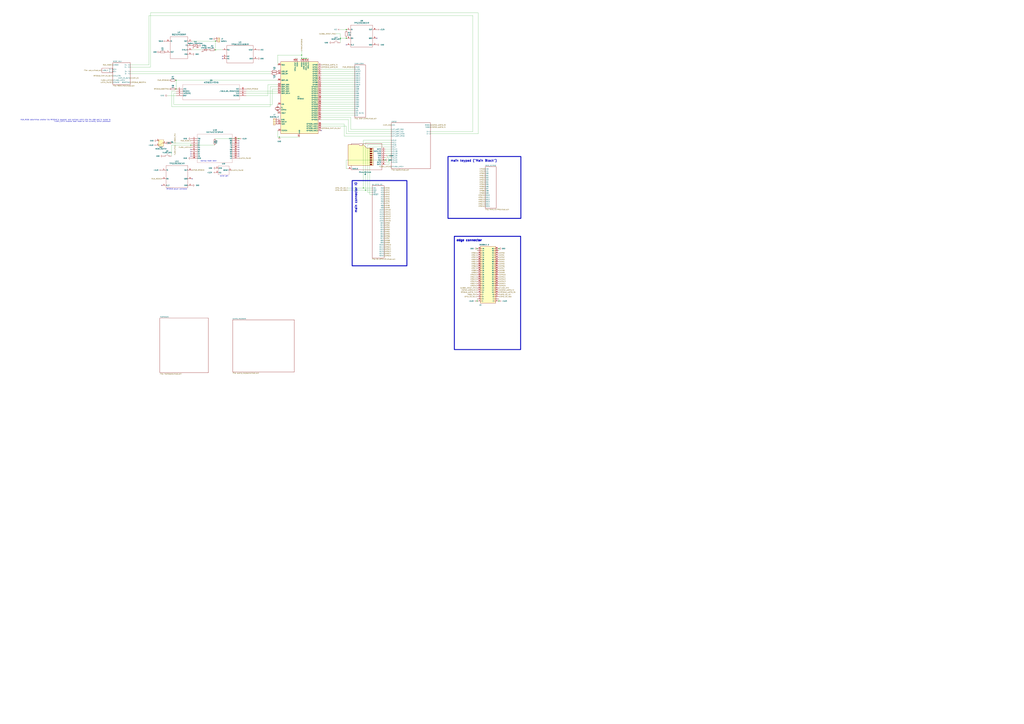
<source format=kicad_sch>
(kicad_sch (version 20230121) (generator eeschema)
  (paper "A0")
  (junction (at 395.224 44.45))
  (junction (at 250.19 47.752))
  (junction (at 421.894 218.44))
  (junction (at 447.294 185.928))
  (junction (at 250.19 57.912))
  (junction (at 579.374 288.798))
  (junction (at 402.082 44.45))
  (junction (at 221.488 168.656))
  (junction (at 424.434 220.98))
  (junction (at 553.974 349.758))
  (junction (at 277.368 161.036))
  (junction (at 579.374 349.758))
  (junction (at 352.806 67.818))
  (junction (at 324.358 159.258))
  (junction (at 350.266 67.818))
  (junction (at 204.47 93.218))
  (junction (at 553.974 288.798))
  (junction (at 204.47 103.378))
  (junction (at 350.266 64.008))
  (junction (at 402.082 34.29))
  (junction (at 355.346 67.818))
  (no_connect (at 258.318 68.072))
  (no_connect (at 258.318 65.532))
  (no_connect (at 221.488 178.816))
  (no_connect (at 277.368 176.276))
  (no_connect (at 277.368 166.116))
  (no_connect (at 277.368 163.576))
  (no_connect (at 402.082 52.07))
  (no_connect (at 277.368 181.356))
  (no_connect (at 277.368 168.656))
  (no_connect (at 373.126 151.638))
  (no_connect (at 277.368 178.816))
  (no_connect (at 221.488 181.356))
  (no_connect (at 223.266 207.772))
  (no_connect (at 437.642 44.45))
  (no_connect (at 277.368 171.196))
  (no_connect (at 221.488 173.736))
  (no_connect (at 277.368 173.736))
  (no_connect (at 187.706 215.392))
  (no_connect (at 221.488 176.276))
  (wire (pts (xy 451.739 191.008) (xy 451.739 185.928)))
  (wire (pts (xy 172.974 18.034) (xy 549.148 18.034)))
  (wire (pts (xy 432.054 226.06) (xy 429.514 226.06)))
  (wire (pts (xy 322.326 130.048) (xy 322.326 131.318)))
  (wire (pts (xy 151.384 75.438) (xy 172.974 75.438)))
  (wire (pts (xy 322.326 64.008) (xy 350.266 64.008)))
  (wire (pts (xy 403.86 220.98) (xy 424.434 220.98)))
  (wire (pts (xy 402.082 146.558) (xy 402.082 155.448)))
  (wire (pts (xy 373.126 108.458) (xy 411.734 108.458)))
  (wire (pts (xy 373.126 88.138) (xy 411.734 88.138)))
  (wire (pts (xy 174.752 77.978) (xy 174.752 14.986)))
  (wire (pts (xy 199.39 105.918) (xy 199.39 123.952)))
  (wire (pts (xy 285.75 108.458) (xy 322.326 108.458)))
  (wire (pts (xy 311.15 110.998) (xy 311.15 98.298)))
  (wire (pts (xy 250.19 47.752) (xy 250.19 57.912)))
  (wire (pts (xy 201.93 121.412) (xy 316.23 121.412)))
  (wire (pts (xy 322.326 159.258) (xy 324.358 159.258)))
  (wire (pts (xy 221.488 168.656) (xy 249.428 168.656)))
  (wire (pts (xy 399.542 157.988) (xy 399.542 144.018)))
  (wire (pts (xy 373.126 85.598) (xy 411.734 85.598)))
  (wire (pts (xy 553.974 347.218) (xy 553.974 349.758)))
  (wire (pts (xy 402.082 185.928) (xy 447.294 185.928)))
  (wire (pts (xy 342.646 67.818) (xy 345.186 67.818)))
  (wire (pts (xy 454.406 152.908) (xy 404.622 152.908)))
  (wire (pts (xy 421.894 163.068) (xy 454.406 163.068)))
  (wire (pts (xy 553.974 288.798) (xy 553.974 291.338)))
  (wire (pts (xy 402.082 34.29) (xy 402.082 35.56)))
  (wire (pts (xy 322.326 151.638) (xy 322.326 159.258)))
  (wire (pts (xy 194.31 110.998) (xy 204.47 110.998)))
  (wire (pts (xy 373.126 131.318) (xy 411.734 131.318)))
  (wire (pts (xy 499.872 155.448) (xy 555.244 155.448)))
  (wire (pts (xy 352.806 67.818) (xy 355.346 67.818)))
  (wire (pts (xy 285.75 105.918) (xy 322.326 105.918)))
  (wire (pts (xy 313.69 100.838) (xy 322.326 100.838)))
  (wire (pts (xy 395.224 44.45) (xy 395.224 49.53)))
  (wire (pts (xy 373.126 95.758) (xy 411.734 95.758)))
  (wire (pts (xy 350.266 59.182) (xy 350.266 64.008)))
  (wire (pts (xy 151.384 77.978) (xy 174.752 77.978)))
  (wire (pts (xy 424.434 165.608) (xy 454.406 165.608)))
  (wire (pts (xy 549.148 18.034) (xy 549.148 152.908)))
  (wire (pts (xy 402.082 196.088) (xy 402.082 185.928)))
  (wire (pts (xy 426.974 223.52) (xy 432.054 223.52)))
  (wire (pts (xy 373.126 80.518) (xy 411.734 80.518)))
  (wire (pts (xy 373.126 100.838) (xy 411.734 100.838)))
  (wire (pts (xy 373.126 116.078) (xy 411.734 116.078)))
  (wire (pts (xy 249.428 161.036) (xy 277.368 161.036)))
  (wire (pts (xy 373.126 93.218) (xy 411.734 93.218)))
  (wire (pts (xy 404.622 152.908) (xy 404.622 138.938)))
  (wire (pts (xy 172.974 75.438) (xy 172.974 18.034)))
  (wire (pts (xy 373.126 128.778) (xy 411.734 128.778)))
  (wire (pts (xy 555.244 14.986) (xy 555.244 155.448)))
  (wire (pts (xy 404.622 138.938) (xy 373.126 138.938)))
  (wire (pts (xy 399.542 144.018) (xy 373.126 144.018)))
  (wire (pts (xy 285.75 110.998) (xy 311.15 110.998)))
  (wire (pts (xy 447.294 183.388) (xy 450.342 183.388)))
  (wire (pts (xy 373.126 123.698) (xy 411.734 123.698)))
  (wire (pts (xy 421.894 163.068) (xy 421.894 218.44)))
  (wire (pts (xy 373.126 118.618) (xy 411.734 118.618)))
  (wire (pts (xy 579.374 347.218) (xy 579.374 349.758)))
  (wire (pts (xy 451.104 183.388) (xy 451.104 188.468)))
  (wire (pts (xy 447.294 175.768) (xy 454.406 175.768)))
  (wire (pts (xy 447.294 191.008) (xy 451.739 191.008)))
  (wire (pts (xy 373.126 121.158) (xy 411.734 121.158)))
  (wire (pts (xy 394.97 34.29) (xy 402.082 34.29)))
  (wire (pts (xy 450.342 180.848) (xy 454.406 180.848)))
  (wire (pts (xy 407.416 150.368) (xy 454.406 150.368)))
  (wire (pts (xy 373.126 90.678) (xy 411.734 90.678)))
  (wire (pts (xy 402.082 155.448) (xy 454.406 155.448)))
  (wire (pts (xy 373.126 103.378) (xy 411.734 103.378)))
  (wire (pts (xy 454.406 183.388) (xy 451.104 183.388)))
  (wire (pts (xy 451.739 185.928) (xy 454.406 185.928)))
  (wire (pts (xy 322.326 64.008) (xy 322.326 75.438)))
  (wire (pts (xy 373.126 105.918) (xy 411.734 105.918)))
  (wire (pts (xy 350.266 64.008) (xy 350.266 67.818)))
  (wire (pts (xy 350.266 67.818) (xy 352.806 67.818)))
  (wire (pts (xy 174.752 14.986) (xy 555.244 14.986)))
  (wire (pts (xy 404.114 196.088) (xy 402.082 196.088)))
  (wire (pts (xy 316.23 121.412) (xy 316.23 103.378)))
  (wire (pts (xy 447.294 188.468) (xy 451.104 188.468)))
  (wire (pts (xy 403.86 218.44) (xy 421.894 218.44)))
  (wire (pts (xy 223.012 57.912) (xy 234.95 57.912)))
  (wire (pts (xy 199.39 123.952) (xy 313.69 123.952)))
  (wire (pts (xy 579.374 288.798) (xy 579.374 291.338)))
  (wire (pts (xy 429.514 170.688) (xy 454.406 170.688)))
  (wire (pts (xy 373.126 146.558) (xy 402.082 146.558)))
  (wire (pts (xy 426.974 168.148) (xy 426.974 223.52)))
  (wire (pts (xy 395.224 44.45) (xy 402.082 44.45)))
  (wire (pts (xy 355.346 67.818) (xy 357.886 67.818)))
  (wire (pts (xy 373.126 110.998) (xy 411.734 110.998)))
  (wire (pts (xy 322.326 121.158) (xy 322.326 122.428)))
  (wire (pts (xy 407.416 136.398) (xy 407.416 150.368)))
  (wire (pts (xy 390.144 39.37) (xy 395.224 39.37)))
  (wire (pts (xy 204.47 105.918) (xy 199.39 105.918)))
  (wire (pts (xy 395.224 39.37) (xy 395.224 44.45)))
  (wire (pts (xy 151.384 83.058) (xy 314.706 83.058)))
  (wire (pts (xy 204.47 93.218) (xy 204.47 103.378)))
  (wire (pts (xy 373.126 136.398) (xy 407.416 136.398)))
  (wire (pts (xy 426.974 168.148) (xy 454.406 168.148)))
  (wire (pts (xy 373.126 126.238) (xy 411.734 126.238)))
  (wire (pts (xy 429.514 226.06) (xy 429.514 170.688)))
  (wire (pts (xy 450.342 183.388) (xy 450.342 180.848)))
  (wire (pts (xy 201.93 108.458) (xy 201.93 121.412)))
  (wire (pts (xy 447.294 173.228) (xy 454.406 173.228)))
  (wire (pts (xy 311.15 98.298) (xy 322.326 98.298)))
  (wire (pts (xy 424.434 220.98) (xy 424.434 165.608)))
  (wire (pts (xy 250.19 57.912) (xy 258.318 57.912)))
  (wire (pts (xy 199.136 168.656) (xy 199.136 181.356)))
  (wire (pts (xy 199.136 168.656) (xy 221.488 168.656)))
  (wire (pts (xy 447.294 178.308) (xy 454.406 178.308)))
  (wire (pts (xy 373.126 83.058) (xy 411.734 83.058)))
  (wire (pts (xy 151.384 85.598) (xy 314.706 85.598)))
  (wire (pts (xy 313.69 123.952) (xy 313.69 100.838)))
  (wire (pts (xy 402.082 44.45) (xy 402.082 43.18)))
  (wire (pts (xy 454.406 157.988) (xy 399.542 157.988)))
  (wire (pts (xy 204.47 93.218) (xy 322.326 93.218)))
  (wire (pts (xy 324.358 159.258) (xy 347.726 159.258)))
  (wire (pts (xy 373.126 113.538) (xy 411.734 113.538)))
  (wire (pts (xy 316.23 103.378) (xy 322.326 103.378)))
  (wire (pts (xy 432.054 220.98) (xy 424.434 220.98)))
  (wire (pts (xy 421.894 218.44) (xy 432.054 218.44)))
  (wire (pts (xy 373.126 98.298) (xy 411.734 98.298)))
  (wire (pts (xy 223.012 47.752) (xy 250.19 47.752)))
  (wire (pts (xy 499.872 152.908) (xy 549.148 152.908)))
  (wire (pts (xy 373.126 133.858) (xy 411.734 133.858)))
  (wire (pts (xy 204.47 108.458) (xy 201.93 108.458)))
  (wire (pts (xy 199.644 166.116) (xy 221.488 166.116)))
  (rectangle (start 408.94 209.804) (end 472.44 308.864) (stroke (width 1)))
  (rectangle (start 527.558 274.574) (end 604.52 406.146) (stroke (width 1)))
  (rectangle (start 520.192 181.864) (end 604.774 253.746) (stroke (width 1)))
  (text "pulse gen" (at 255.524 205.232 0) (effects (font (size 1.27 1.27)) (justify left bottom)))
  (text "RUN_MODE determines whether the RP2040 is powered, and controls which chip the USB port is routed to\nFLASH_LATCH enables boot mode on the currently active processor" (at 128.397 141.986 0) (effects (font (size 1.27 1.27)) (justify right bottom)))
  (text "main keypad (\"Main Block\")" (at 522.986 188.214 0) (effects (font (size 2.5 2.5) (thickness 0.5) bold) (justify left bottom)))
  (text "startup mode latch" (at 232.918 187.706 0) (effects (font (size 1.27 1.27)) (justify left bottom)))
  (text "RP2040 power controller" (at 193.294 220.472 0) (effects (font (size 1.27 1.27)) (justify left bottom)))
  (text "edge connector" (at 529.844 280.67 0) (effects (font (size 2.5 2.5) (thickness 1) bold) (justify left bottom)))
  (text "main connector IO" (at 414.782 211.582 90) (effects (font (size 2.5 2.5) bold) (justify right bottom)))
  (hierarchical_label "KPA0" (shape input) (at 563.372 196.342 180))
  (hierarchical_label "KPB12" (shape input) (at 446.024 289.56 0))
  (hierarchical_label "CHIP_EN" (shape output) (at 151.384 90.678 0))
  (hierarchical_label "KPB8" (shape input) (at 446.024 279.4 0))
  (hierarchical_label "KPA11" (shape input) (at 579.374 321.818 0))
  (hierarchical_label "KPB1" (shape output) (at 553.974 296.418 180))
  (hierarchical_label "KPB6" (shape output) (at 563.372 216.662 180))
  (hierarchical_label "KPB9" (shape output) (at 563.372 224.282 180))
  (hierarchical_label "RP2040_UART0_RX" (shape input) (at 373.126 77.978 0))
  (hierarchical_label "PWR_RP2040" (shape output) (at 223.266 197.612 0))
  (hierarchical_label "KPB6" (shape output) (at 553.974 309.118 180))
  (hierarchical_label "LATCH_PULSE" (shape output) (at 268.478 197.866 0))
  (hierarchical_label "KPB7" (shape output) (at 563.372 219.202 180))
  (hierarchical_label "PWR_RP2040" (shape input) (at 411.734 77.978 180))
  (hierarchical_label "KPB15" (shape output) (at 553.974 331.978 180))
  (hierarchical_label "KPB2" (shape output) (at 563.372 206.502 180))
  (hierarchical_label "KPA8" (shape output) (at 446.024 238.76 0))
  (hierarchical_label "CHIP_EN" (shape input) (at 454.406 145.288 180))
  (hierarchical_label "FLASH_PIN" (shape output) (at 203.2 168.656 270))
  (hierarchical_label "KPA14" (shape input) (at 579.374 329.438 0))
  (hierarchical_label "FLASH_PIN" (shape output) (at 579.374 334.518 0))
  (hierarchical_label "RP2040_CHIP_EN_OUT" (shape input) (at 131.064 88.138 180))
  (hierarchical_label "FLASH_LATCH" (shape output) (at 221.488 171.196 180))
  (hierarchical_label "KPB10" (shape output) (at 563.372 226.822 180))
  (hierarchical_label "KPB11" (shape output) (at 553.974 321.818 180))
  (hierarchical_label "KPA15" (shape output) (at 446.024 256.54 0))
  (hierarchical_label "RP2040_UART0_RX" (shape output) (at 579.374 339.598 0))
  (hierarchical_label "ESP32_UART0_RX" (shape input) (at 499.872 145.288 0))
  (hierarchical_label "RP2040_BOOTPIN" (shape input) (at 196.85 103.378 180))
  (hierarchical_label "KPB3" (shape input) (at 446.024 266.7 0))
  (hierarchical_label "KPB8" (shape output) (at 563.372 221.742 180))
  (hierarchical_label "KPB7" (shape output) (at 553.974 311.658 180))
  (hierarchical_label "KPA3" (shape input) (at 579.374 301.498 0))
  (hierarchical_label "KPA5" (shape input) (at 579.374 306.578 0))
  (hierarchical_label "KPA1" (shape input) (at 563.372 198.882 180))
  (hierarchical_label "KPA2" (shape input) (at 579.374 298.958 0))
  (hierarchical_label "GPIO_I2C_INT" (shape bidirectional) (at 579.374 342.138 0))
  (hierarchical_label "KPB0" (shape output) (at 563.372 201.422 180))
  (hierarchical_label "KPA0" (shape output) (at 446.024 218.44 0))
  (hierarchical_label "KPB15" (shape input) (at 446.024 297.18 0))
  (hierarchical_label "KPA13" (shape input) (at 579.374 326.898 0))
  (hierarchical_label "RP2040_CHIP_EN_OUT" (shape input) (at 373.126 149.098 0))
  (hierarchical_label "KPB15" (shape output) (at 563.372 239.522 180))
  (hierarchical_label "GPIO_I2C_SDA" (shape bidirectional) (at 403.86 220.98 180))
  (hierarchical_label "KPB14" (shape output) (at 563.372 236.982 180))
  (hierarchical_label "KPA0" (shape input) (at 579.374 293.878 0))
  (hierarchical_label "KPB6" (shape input) (at 446.024 274.32 0))
  (hierarchical_label "KPB13" (shape output) (at 563.372 234.442 180))
  (hierarchical_label "ESP32_UART0_TX" (shape output) (at 499.872 147.828 0))
  (hierarchical_label "FLASH_LATCH" (shape input) (at 454.406 193.548 180))
  (hierarchical_label "RUN_MODE" (shape input) (at 131.064 75.438 180))
  (hierarchical_label "KPA13" (shape output) (at 446.024 251.46 0))
  (hierarchical_label "KPA9" (shape input) (at 579.374 316.738 0))
  (hierarchical_label "KPA14" (shape output) (at 446.024 254 0))
  (hierarchical_label "RUN_MODE" (shape input) (at 187.706 207.772 180))
  (hierarchical_label "KPA10" (shape input) (at 579.374 319.278 0))
  (hierarchical_label "KPA4" (shape input) (at 579.374 304.038 0))
  (hierarchical_label "KPA10" (shape output) (at 446.024 243.84 0))
  (hierarchical_label "GLOBAL_RESET_PIN" (shape output) (at 553.974 334.518 180))
  (hierarchical_label "KPB5" (shape output) (at 553.974 306.578 180))
  (hierarchical_label "GPIO_I2C_SCL" (shape bidirectional) (at 553.974 344.678 180))
  (hierarchical_label "KPB3" (shape output) (at 553.974 301.498 180))
  (hierarchical_label "KPB0" (shape output) (at 553.974 293.878 180))
  (hierarchical_label "PWR_RP2040" (shape output) (at 350.266 59.182 90))
  (hierarchical_label "KPB5" (shape input) (at 446.024 271.78 0))
  (hierarchical_label "KPA7" (shape input) (at 579.374 311.658 0))
  (hierarchical_label "KPA6" (shape input) (at 579.374 309.118 0))
  (hierarchical_label "KPB10" (shape input) (at 446.024 284.48 0))
  (hierarchical_label "ESP32_UART0_TX" (shape input) (at 579.374 337.058 0))
  (hierarchical_label "GPIO_I2C_SDA" (shape bidirectional) (at 579.374 344.678 0))
  (hierarchical_label "KPA7" (shape output) (at 446.024 236.22 0))
  (hierarchical_label "PWR_RP2040" (shape input) (at 196.85 93.218 180))
  (hierarchical_label "GLOBAL_RESET_PIN" (shape input) (at 390.144 39.37 180))
  (hierarchical_label "LATCH_PULSE" (shape input) (at 277.368 183.896 0))
  (hierarchical_label "KPA15" (shape input) (at 579.374 331.978 0))
  (hierarchical_label "KPB4" (shape output) (at 563.372 211.582 180))
  (hierarchical_label "KPB13" (shape input) (at 446.024 292.1 0))
  (hierarchical_label "KPA1" (shape input) (at 579.374 296.418 0))
  (hierarchical_label "KPB13" (shape output) (at 553.974 326.898 180))
  (hierarchical_label "KPB0" (shape input) (at 446.024 259.08 0))
  (hierarchical_label "KPB14" (shape output) (at 553.974 329.438 180))
  (hierarchical_label "KPB2" (shape output) (at 553.974 298.958 180))
  (hierarchical_label "KPA4" (shape output) (at 446.024 228.6 0))
  (hierarchical_label "KPB3" (shape output) (at 563.372 209.042 180))
  (hierarchical_label "FLASH_LATCH" (shape input) (at 131.064 93.218 180))
  (hierarchical_label "PWR_RP2040" (shape input) (at 285.75 103.378 0))
  (hierarchical_label "KPA11" (shape output) (at 446.024 246.38 0))
  (hierarchical_label "RP2040_UART0_TX" (shape output) (at 373.126 75.438 0))
  (hierarchical_label "KPB8" (shape output) (at 553.974 314.198 180))
  (hierarchical_label "KPB10" (shape output) (at 553.974 319.278 180))
  (hierarchical_label "KPB9" (shape input) (at 446.024 281.94 0))
  (hierarchical_label "ESP32_UART0_RX" (shape output) (at 553.974 337.058 180))
  (hierarchical_label "KPA9" (shape output) (at 446.024 241.3 0))
  (hierarchical_label "KPB12" (shape output) (at 553.974 324.358 180))
  (hierarchical_label "RUN_MODE" (shape output) (at 221.488 163.576 180))
  (hierarchical_label "KPB4" (shape output) (at 553.974 304.038 180))
  (hierarchical_label "KPB7" (shape input) (at 446.024 276.86 0))
  (hierarchical_label "KPA6" (shape output) (at 446.024 233.68 0))
  (hierarchical_label "KPB1" (shape input) (at 446.024 261.62 0))
  (hierarchical_label "KPA12" (shape input) (at 579.374 324.358 0))
  (hierarchical_label "KPA2" (shape output) (at 446.024 223.52 0))
  (hierarchical_label "KPB9" (shape output) (at 553.974 316.738 180))
  (hierarchical_label "KPB11" (shape output) (at 563.372 229.362 180))
  (hierarchical_label "KPB2" (shape input) (at 446.024 264.16 0))
  (hierarchical_label "KPA3" (shape output) (at 446.024 226.06 0))
  (hierarchical_label "GPIO_I2C_SCL" (shape bidirectional) (at 403.86 218.44 180))
  (hierarchical_label "KPB1" (shape output) (at 563.372 203.962 180))
  (hierarchical_label "KPA5" (shape output) (at 446.024 231.14 0))
  (hierarchical_label "KPA8" (shape input) (at 579.374 314.198 0))
  (hierarchical_label "KPA12" (shape output) (at 446.024 248.92 0))
  (hierarchical_label "RP2040_BOOTPIN" (shape output) (at 151.384 95.758 0))
  (hierarchical_label "KPA1" (shape output) (at 446.024 220.98 0))
  (hierarchical_label "KPB11" (shape input) (at 446.024 287.02 0))
  (hierarchical_label "KPB5" (shape output) (at 563.372 214.122 180))
  (hierarchical_label "KPB14" (shape input) (at 446.024 294.64 0))
  (hierarchical_label "RP2040_UART0_TX" (shape input) (at 553.974 339.598 180))
  (hierarchical_label "LATCH_PULSE" (shape input) (at 131.064 95.758 180))
  (hierarchical_label "MODE_PIN" (shape output) (at 553.974 342.138 180))
  (hierarchical_label "KPB4" (shape input) (at 446.024 269.24 0))
  (hierarchical_label "KPB12" (shape output) (at 563.372 231.902 180))
  (hierarchical_label "MODE_PIN" (shape output) (at 203.2 166.116 90))
  (symbol (lib_id "2024-01-09_16-08-29:W25Q32JVSSIQ") (at 204.47 103.378 0) (unit 1)
    (property "Reference" "U6" (at 245.11 93.218 0) (effects (font (size 1.524 1.524))))
    (property "Value" "W25Q32JVSSIQ" (at 245.11 95.758 0) (effects (font (size 1.524 1.524))))
    (property "Footprint" "footprints:SOIC-8_5P28X5P28_WIN" (effects hide))
    (property "Datasheet" "W25Q32JVSSIQ" (effects hide))
  )
  (symbol (lib_id "power:VCC") (at 298.958 57.912 270) (unit 1)
    (property "Reference" "#PWR027" (effects hide))
    (property "Value" "VCC" (at 302.26 57.912 90) (effects (justify left)))
  )
  (symbol (lib_id "5530843-5:5530843-5") (at 566.674 319.278 0) (mirror x) (unit 1)
    (property "Reference" "J3" (at 556.514 353.568 0) (effects (justify left bottom)))
    (property "Value" "5530843-5" (at 556.514 283.718 0) (effects (justify left bottom)))
    (property "Footprint" "5530843-5:TE_5530843-5" (effects hide))
    (property "PARTREV" "G1" (effects hide))
    (property "STANDARD" "Manufacturer Recommendations" (effects hide))
    (property "MAXIMUM_PACKAGE_HEIGHT" "15.5 mm" (effects hide))
    (property "MANUFACTURER" "TE Connectivity" (effects hide))
  )
  (symbol (lib_id "power:+3.3V") (at 250.698 200.406 90) (unit 1)
    (property "Reference" "#PWR031" (effects hide))
    (property "Value" "+3.3V" (at 246.38 200.406 90) (effects (justify left)))
  )
  (symbol (lib_id "power:GND") (at 385.064 49.53 270) (unit 1)
    (property "Reference" "#PWR08" (effects hide))
    (property "Value" "GND" (at 381 49.53 90) (effects (justify right)))
  )
  (symbol (lib_id "custom:button") (at 390.144 49.53 0) (unit 1)
    (property "Reference" "U17" (at 390.144 43.688 0))
    (property "Value" "RESET_BTN" (at 390.144 45.466 0))
    (property "Footprint" "Button_Switch_SMD:SW_Tactile_SPST_NO_Straight_CK_PTS636Sx25SMTRLFS" (effects hide))
  )
  (symbol (lib_id "Device:R") (at 402.082 39.37 0) (unit 1)
    (property "Reference" "R17" (at 403.86 38.1 0) (effects (justify left)))
    (property "Value" "10k" (at 403.86 40.64 0) (effects (justify left)))
    (property "Footprint" "Resistor_SMD:R_1206_3216Metric" (effects hide))
  )
  (symbol (lib_id "power:GND") (at 221.488 161.036 270) (unit 1)
    (property "Reference" "#PWR014" (effects hide))
    (property "Value" "GND" (at 217.17 161.036 90) (effects (justify right)))
  )
  (symbol (lib_id "power:+3.3V") (at 437.642 34.29 270) (unit 1)
    (property "Reference" "#PWR013" (effects hide))
    (property "Value" "+3.3V" (at 440.817 34.29 90) (effects (justify left)))
  )
  (symbol (lib_id "power:VCC") (at 394.97 34.29 90) (unit 1)
    (property "Reference" "#PWR03" (effects hide))
    (property "Value" "VCC" (at 391.668 34.29 90) (effects (justify left)))
  )
  (symbol (lib_id "MCU_RaspberryPi:RP2040") (at 347.726 113.538 0) (unit 1)
    (property "Reference" "U1" (at 345.186 112.268 0) (effects (justify left)))
    (property "Value" "RP2040" (at 345.186 114.808 0) (effects (justify left)))
    (property "Footprint" "Package_DFN_QFN:QFN-56-1EP_7x7mm_P0.4mm_EP3.2x3.2mm" (effects hide))
    (property "Datasheet" "https://datasheets.raspberrypi.com/rp2040/rp2040-datasheet.pdf" (effects hide))
  )
  (symbol (lib_id "power:GND") (at 322.326 138.938 90) (unit 1)
    (property "Reference" "#PWR050" (effects hide))
    (property "Value" "GND" (at 326.39 138.938 90) (effects (justify right)))
  )
  (symbol (lib_id "Device:R") (at 200.66 93.218 270) (unit 1)
    (property "Reference" "R7" (at 200.66 89.408 90))
    (property "Value" "10k" (at 200.66 91.313 90))
    (property "Footprint" "Resistor_SMD:R_1206_3216Metric" (effects hide))
  )
  (symbol (lib_id "2024-01-02_21-46-21:BQ21040DBVR") (at 207.772 55.372 0) (unit 1)
    (property "Reference" "U2" (at 207.772 37.592 0) (effects (font (size 1.524 1.524))))
    (property "Value" "BQ21040DBVR" (at 207.772 40.132 0) (effects (font (size 1.524 1.524))))
    (property "Footprint" "footprints:DBV0006A_N" (effects hide))
    (property "Datasheet" "BQ21040DBVR" (effects hide))
  )
  (symbol (lib_id "2024-01-02_21-46-27:TPS613221ADBVR") (at 278.638 62.992 0) (unit 1)
    (property "Reference" "U3" (at 278.638 49.022 0) (effects (font (size 1.524 1.524))))
    (property "Value" "TPS613221ADBVR" (at 278.638 51.562 0) (effects (font (size 1.524 1.524))))
    (property "Footprint" "footprints:DBV0005A_N" (effects hide))
    (property "Datasheet" "TPS613221ADBVR" (effects hide))
  )
  (symbol (lib_id "2024-01-10_18-59-37:RESET_TIMER") (at 259.588 197.866 0) (unit 1)
    (property "Reference" "U10" (at 259.588 190.246 0))
    (property "Value" "~" (at 259.588 197.866 0))
    (property "Footprint" "footprints:SOT-23_M3_MCH" (effects hide))
  )
  (symbol (lib_id "Device:Thermistor_NTC") (at 226.822 52.832 90) (unit 1)
    (property "Reference" "TH1" (at 226.822 48.387 90))
    (property "Value" "battery thermistor" (at 226.822 50.292 90))
    (property "Footprint" "Resistor_SMD:R_0201_0603Metric_Pad0.64x0.40mm_HandSolder" (effects hide))
  )
  (symbol (lib_id "power:+3.3V") (at 277.368 161.036 270) (unit 1)
    (property "Reference" "#PWR029" (effects hide))
    (property "Value" "+3.3V" (at 280.67 161.036 90) (effects (justify left)))
  )
  (symbol (lib_id "power:+3.3V") (at 579.374 349.758 270) (unit 1)
    (property "Reference" "#PWR040" (effects hide))
    (property "Value" "+3.3V" (at 582.93 349.758 90) (effects (justify left)))
  )
  (symbol (lib_id "power:+3.3V") (at 187.706 197.612 90) (unit 1)
    (property "Reference" "#PWR035" (effects hide))
    (property "Value" "+3.3V" (at 184.15 197.612 90) (effects (justify left)))
  )
  (symbol (lib_id "Device:LED") (at 238.76 57.912 0) (unit 1)
    (property "Reference" "D1" (at 238.76 53.467 0))
    (property "Value" "charge led" (at 238.76 55.372 0))
    (property "Footprint" "LED_THT:LED_D3.0mm_Horizontal_O1.27mm_Z2.0mm" (effects hide))
  )
  (symbol (lib_id "power:GND") (at 194.31 110.998 270) (unit 1)
    (property "Reference" "#PWR011" (effects hide))
    (property "Value" "GND" (at 190.5 110.998 90) (effects (justify right)))
  )
  (symbol (lib_id "power:GND") (at 324.358 159.258 0) (unit 1)
    (property "Reference" "#PWR04" (effects hide))
    (property "Value" "GND" (at 324.358 164.338 0))
  )
  (symbol (lib_id "power:GND") (at 298.958 68.072 90) (unit 1)
    (property "Reference" "#PWR05" (effects hide))
    (property "Value" "GND" (at 302.133 68.072 90) (effects (justify right)))
  )
  (symbol (lib_id "Device:R") (at 195.834 166.116 270) (unit 1)
    (property "Reference" "R6" (at 199.898 165.1 90))
    (property "Value" "10k" (at 195.834 166.116 90))
    (property "Footprint" "Resistor_SMD:R_1206_3216Metric" (effects hide))
  )
  (symbol (lib_id "Connector:Micro_SD_Card") (at 424.434 180.848 0) (mirror y) (unit 1)
    (property "Reference" "J8" (at 423.799 202.565 0))
    (property "Value" "Micro_SD_Card" (at 423.799 200.025 0))
    (property "Datasheet" "http://katalog.we-online.de/em/datasheet/693072010801.pdf" (effects hide))
  )
  (symbol (lib_id "power:GND") (at 221.488 183.896 270) (unit 1)
    (property "Reference" "#PWR030" (effects hide))
    (property "Value" "GND" (at 217.17 183.896 90) (effects (justify right)))
  )
  (symbol (lib_id "Device:R") (at 318.516 85.598 90) (unit 1)
    (property "Reference" "R4" (at 318.516 88.138 90))
    (property "Value" "27" (at 318.516 90.043 90))
    (property "Footprint" "Resistor_SMD:R_1206_3216Metric" (effects hide))
  )
  (symbol (lib_id "power:+3.3V") (at 181.864 168.656 90) (unit 1)
    (property "Reference" "#PWR033" (effects hide))
    (property "Value" "+3.3V" (at 178.308 168.656 90) (effects (justify left)))
  )
  (symbol (lib_id "2024-01-10_19-26-16:TPS22919DCKR") (at 419.862 41.91 0) (unit 1)
    (property "Reference" "U8" (at 419.862 24.13 0) (effects (font (size 1.524 1.524))))
    (property "Value" "TPS22919DCKR" (at 419.862 26.67 0) (effects (font (size 1.524 1.524))))
    (property "Footprint" "footprints:DCK0006A_N" (effects hide))
    (property "Datasheet" "TPS22919DCKR" (effects hide))
  )
  (symbol (lib_id "power:GND") (at 184.912 60.452 270) (unit 1)
    (property "Reference" "#PWR06" (effects hide))
    (property "Value" "GND" (at 177.927 60.452 90) (effects (justify left)))
  )
  (symbol (lib_id "power:+3.3V") (at 447.294 180.848 270) (unit 1)
    (property "Reference" "#PWR054" (effects hide))
    (property "Value" "+3.3V" (at 450.85 180.848 90) (effects (justify left)))
  )
  (symbol (lib_id "Device:R") (at 318.516 83.058 90) (unit 1)
    (property "Reference" "R3" (at 318.516 78.613 90))
    (property "Value" "27" (at 318.516 80.518 90))
    (property "Footprint" "Resistor_SMD:R_1206_3216Metric" (effects hide))
  )
  (symbol (lib_id "power:GND") (at 230.632 52.832 90) (unit 1)
    (property "Reference" "#PWR07" (effects hide))
    (property "Value" "GND" (at 234.442 52.832 90) (effects (justify right)))
  )
  (symbol (lib_id "2024-01-10_19-26-16:TPS22919DCKR") (at 205.486 205.232 0) (unit 1)
    (property "Reference" "U11" (at 205.486 187.452 0) (effects (font (size 1.524 1.524))))
    (property "Value" "TPS22919DCKR" (at 205.486 189.992 0) (effects (font (size 1.524 1.524))))
    (property "Footprint" "footprints:DCK0006A_N" (effects hide))
    (property "Datasheet" "TPS22919DCKR" (effects hide))
  )
  (symbol (lib_id "power:GND") (at 437.642 52.07 90) (unit 1)
    (property "Reference" "#PWR023" (effects hide))
    (property "Value" "GND" (at 441.96 52.07 90) (effects (justify right)))
  )
  (symbol (lib_id "Device:R") (at 249.428 164.846 180) (unit 1)
    (property "Reference" "R16" (at 251.46 164.846 90))
    (property "Value" "10k" (at 249.428 164.846 90))
    (property "Footprint" "Resistor_SMD:R_1206_3216Metric" (effects hide))
  )
  (symbol (lib_id "power:GND") (at 223.012 62.992 90) (unit 1)
    (property "Reference" "#PWR015" (effects hide))
    (property "Value" "GND" (at 226.822 62.992 90) (effects (justify right)))
  )
  (symbol (lib_id "Device:R") (at 188.722 60.452 270) (unit 1)
    (property "Reference" "R1" (at 188.722 56.007 90))
    (property "Value" "1K" (at 188.722 57.912 90))
    (property "Footprint" "Resistor_SMD:R_1206_3216Metric" (effects hide))
  )
  (symbol (lib_id "custom:button") (at 194.056 181.356 0) (unit 1)
    (property "Reference" "U9" (at 194.056 175.514 0))
    (property "Value" "FLASH_BTN" (at 194.056 177.292 0))
    (property "Footprint" "Button_Switch_SMD:SW_Tactile_SPST_NO_Straight_CK_PTS636Sx25SMTRLFS" (effects hide))
  )
  (symbol (lib_id "Device:Crystal") (at 322.326 126.238 270) (unit 1)
    (property "Reference" "Y1" (at 326.136 124.968 90) (effects (justify left)))
    (property "Value" "12MHz" (at 326.136 127.508 90) (effects (justify left)))
    (property "Footprint" "Crystal:Crystal_HC49-4H_Vertical" (effects hide))
  )
  (symbol (lib_id "power:VBUS") (at 192.532 47.752 90) (unit 1)
    (property "Reference" "#PWR012" (effects hide))
    (property "Value" "VBUS" (at 189.23 47.752 90) (effects (justify left)))
  )
  (symbol (lib_id "power:GND") (at 250.19 45.212 270) (unit 1)
    (property "Reference" "#PWR01" (effects hide))
    (property "Value" "GND" (at 247.015 45.212 90) (effects (justify right)))
  )
  (symbol (lib_id "2024-01-19_20-37-39:SN74HCT373PWR") (at 221.488 161.036 0) (unit 1)
    (property "Reference" "U18" (at 249.428 151.13 0) (effects (font (size 1.524 1.524))))
    (property "Value" "SN74HCT373PWR" (at 249.428 153.67 0) (effects (font (size 1.524 1.524))))
    (property "Footprint" "footprints:PW20" (effects hide))
    (property "Datasheet" "SN74HCT373PWR" (effects hide))
  )
  (symbol (lib_id "power:GND") (at 447.294 185.928 90) (unit 1)
    (property "Reference" "#PWR053" (effects hide))
    (property "Value" "GND" (at 450.85 185.928 90) (effects (justify right)))
  )
  (symbol (lib_id "dk_Rectangular-Connectors-Headers-Male-Pins:S2B-PH-K-S_LF__SN_") (at 252.73 47.752 90) (unit 1)
    (property "Reference" "J2" (at 256.54 45.212 90) (effects (justify right)))
    (property "Value" "battery" (at 256.54 47.752 90) (effects (justify right)))
    (property "Footprint" "digikey-footprints:PinHeader_1x2_P2mm_Drill1mm_RA" (effects hide))
    (property "Datasheet" "http://www.jst-mfg.com/product/pdf/eng/ePH.pdf" (effects hide))
    (property "Digi-Key_PN" "455-1719-ND" (effects hide))
    (property "MPN" "S2B-PH-K-S(LF)(SN)" (effects hide))
    (property "Category" "Connectors, Interconnects" (effects hide))
    (property "Family" "Rectangular Connectors - Headers, Male Pins" (effects hide))
    (property "DK_Datasheet_Link" "http://www.jst-mfg.com/product/pdf/eng/ePH.pdf" (effects hide))
    (property "DK_Detail_Page" "/product-detail/en/jst-sales-america-inc/S2B-PH-K-S(LF)(SN)/455-1719-ND/926626" (effects hide))
    (property "Description" "CONN HEADER R/A 2POS 2MM" (effects hide))
    (property "Manufacturer" "JST Sales America Inc." (effects hide))
    (property "Status" "Active" (effects hide))
  )
  (symbol (lib_id "power:GND") (at 579.374 288.798 90) (unit 1)
    (property "Reference" "#PWR068" (effects hide))
    (property "Value" "GND" (at 582.676 288.798 90) (effects (justify right)))
  )
  (symbol (lib_id "Switch:SW_SPDT") (at 186.944 166.116 180) (unit 1)
    (property "Reference" "SW2" (at 186.944 171.196 0))
    (property "Value" "MODE_SWITCH" (at 186.944 172.974 0))
    (property "Footprint" "Button_Switch_SMD:SW_SPDT_CK-JS102011SAQN" (effects hide))
  )
  (symbol (lib_id "power:GND") (at 188.976 181.356 270) (unit 1)
    (property "Reference" "#PWR039" (effects hide))
    (property "Value" "GND" (at 185.42 181.356 90) (effects (justify right)))
  )
  (symbol (lib_id "dk_Rectangular-Connectors-Headers-Male-Pins:640456-3") (at 319.786 138.938 270) (unit 1)
    (property "Reference" "J7" (at 318.516 133.35 90))
    (property "Value" "640456-3" (at 318.516 135.89 90))
    (property "Footprint" "digikey-footprints:PinHeader_1x3_P2.54_Drill1.1mm" (effects hide))
    (property "Datasheet" "https://www.te.com/commerce/DocumentDelivery/DDEController?Action=srchrtrv&DocNm=640456&DocType=Customer+Drawing&DocLang=English" (effects hide))
    (property "Digi-Key_PN" "A19470-ND" (effects hide))
    (property "MPN" "640456-3" (effects hide))
    (property "Category" "Connectors, Interconnects" (effects hide))
    (property "Family" "Rectangular Connectors - Headers, Male Pins" (effects hide))
    (property "DK_Datasheet_Link" "https://www.te.com/commerce/DocumentDelivery/DDEController?Action=srchrtrv&DocNm=640456&DocType=Customer+Drawing&DocLang=English" (effects hide))
    (property "DK_Detail_Page" "/product-detail/en/te-connectivity-amp-connectors/640456-3/A19470-ND/259010" (effects hide))
    (property "Description" "CONN HEADER VERT 3POS 2.54MM" (effects hide))
    (property "Manufacturer" "TE Connectivity AMP Connectors" (effects hide))
    (property "Status" "Active" (effects hide))
  )
  (symbol (lib_id "power:GND") (at 223.266 215.392 90) (unit 1)
    (property "Reference" "#PWR036" (effects hide))
    (property "Value" "GND" (at 227.33 215.392 90) (effects (justify right)))
  )
  (symbol (lib_id "power:+3.3V") (at 553.974 349.758 90) (unit 1)
    (property "Reference" "#PWR028" (effects hide))
    (property "Value" "+3.3V" (at 550.164 349.758 90) (effects (justify left)))
  )
  (symbol (lib_id "power:GND") (at 553.974 288.798 270) (unit 1)
    (property "Reference" "#PWR026" (effects hide))
    (property "Value" "GND" (at 550.164 288.798 90) (effects (justify right)))
  )
  (symbol (lib_id "power:GND") (at 181.864 163.576 270) (unit 1)
    (property "Reference" "#PWR034" (effects hide))
    (property "Value" "GND" (at 178.308 163.576 90) (effects (justify right)))
  )
  (symbol (lib_id "Device:R") (at 246.38 57.912 90) (unit 1)
    (property "Reference" "R2" (at 246.38 53.467 90))
    (property "Value" "1.5k" (at 246.38 55.372 90))
    (property "Footprint" "Resistor_SMD:R_1206_3216Metric" (effects hide))
  )
  (symbol (lib_id "power:GND") (at 250.698 195.326 270) (unit 1)
    (property "Reference" "#PWR032" (effects hide))
    (property "Value" "GND" (at 246.38 195.326 90) (effects (justify right)))
  )
  (symbol (lib_id "Device:R") (at 200.66 103.378 270) (unit 1)
    (property "Reference" "R8" (at 200.66 99.568 90))
    (property "Value" "1k" (at 200.66 101.473 90))
    (property "Footprint" "Resistor_SMD:R_1206_3216Metric" (effects hide))
  )
  (sheet (at 563.372 193.802) (size 12.7 48.26) (stroke (width 0.1524))
    (property "Sheetname" "MAIN_KEYPAD" (at 563.372 193.0904 0) (effects (justify left bottom)))
    (property "Sheetfile" "MAIN_KEYPAD.kicad_sch" (at 563.372 242.6466 0) (effects (justify left top)))
    (pin "A0" input (at 563.372 196.342 180))
    (pin "B0" output (at 563.372 201.422 180))
    (pin "B5" output (at 563.372 214.122 180))
    (pin "B12" output (at 563.372 231.902 180))
    (pin "B6" output (at 563.372 216.662 180))
    (pin "B1" output (at 563.372 203.962 180))
    (pin "B7" output (at 563.372 219.202 180))
    (pin "B13" output (at 563.372 234.442 180))
    (pin "A1" input (at 563.372 198.882 180))
    (pin "B9" output (at 563.372 224.282 180))
    (pin "B15" output (at 563.372 239.522 180))
    (pin "B3" output (at 563.372 209.042 180))
    (pin "B10" output (at 563.372 226.822 180))
    (pin "B2" output (at 563.372 206.502 180))
    (pin "B4" output (at 563.372 211.582 180))
    (pin "B11" output (at 563.372 229.362 180))
    (pin "B14" output (at 563.372 236.982 180))
    (pin "B8" output (at 563.372 221.742 180))
  )
  (sheet (at 270.129 371.602) (size 71.755 60.579) (stroke (width 0.1524))
    (property "Sheetname" "qwerty_keyboard" (at 270.129 370.8904 0) (effects (justify left bottom)))
    (property "Sheetfile" "qwerty_keyboard.kicad_sch" (at 270.129 432.7656 0) (effects (justify left top)))
  )
  (sheet (at 185.674 369.57) (size 56.388 63.5) (stroke (width 0.1524))
    (property "Sheetname" "mathboard" (at 185.674 368.8584 0) (effects (justify left bottom)))
    (property "Sheetfile" "mathboard.kicad_sch" (at 185.674 433.6546 0) (effects (justify left top)))
  )
  (sheet (at 432.054 215.9) (size 13.97 83.82) (stroke (width 0.1524))
    (property "Sheetname" "64_GPIO_I2C" (at 432.054 215.1884 0) (effects (justify left bottom)))
    (property "Sheetfile" "64_GPIO_I2C.kicad_sch" (at 432.054 300.3046 0) (effects (justify left top)))
    (pin "SCL" bidirectional (at 432.054 218.44 180))
    (pin "~{RESET}" bidirectional (at 432.054 226.06 180))
    (pin "SDA" bidirectional (at 432.054 220.98 180))
    (pin "~{INT}" bidirectional (at 432.054 223.52 180))
    (pin "A15" output (at 446.024 256.54 0))
    (pin "A14" output (at 446.024 254 0))
    (pin "A13" output (at 446.024 251.46 0))
    (pin "A12" output (at 446.024 248.92 0))
    (pin "A11" output (at 446.024 246.38 0))
    (pin "B14" input (at 446.024 294.64 0))
    (pin "B15" input (at 446.024 297.18 0))
    (pin "B13" input (at 446.024 292.1 0))
    (pin "B11" input (at 446.024 287.02 0))
    (pin "B12" input (at 446.024 289.56 0))
    (pin "A10" output (at 446.024 243.84 0))
    (pin "A9" output (at 446.024 241.3 0))
    (pin "A8" output (at 446.024 238.76 0))
    (pin "A7" output (at 446.024 236.22 0))
    (pin "A2" output (at 446.024 223.52 0))
    (pin "A0" output (at 446.024 218.44 0))
    (pin "A1" output (at 446.024 220.98 0))
    (pin "B9" input (at 446.024 281.94 0))
    (pin "B7" input (at 446.024 276.86 0))
    (pin "B8" input (at 446.024 279.4 0))
    (pin "B6" input (at 446.024 274.32 0))
    (pin "B10" input (at 446.024 284.48 0))
    (pin "B2" input (at 446.024 264.16 0))
    (pin "B0" input (at 446.024 259.08 0))
    (pin "B4" input (at 446.024 269.24 0))
    (pin "B1" input (at 446.024 261.62 0))
    (pin "B3" input (at 446.024 266.7 0))
    (pin "B5" input (at 446.024 271.78 0))
    (pin "A6" output (at 446.024 233.68 0))
    (pin "A3" output (at 446.024 226.06 0))
    (pin "A4" output (at 446.024 228.6 0))
    (pin "A5" output (at 446.024 231.14 0))
  )
  (sheet (at 118.364 79.248) (size 12.7 5.08) (stroke (width 0.1524))
    (property "Sheetname" "USB_C" (at 119.126 82.55 0) (effects (justify left bottom)))
    (property "Sheetfile" "usb_c.kicad_sch" (at 97.536 81.026 0) (effects (justify left top)))
    (pin "D-" bidirectional (at 131.064 83.058 0))
    (pin "D+" bidirectional (at 131.064 80.518 0))
  )
  (sheet (at 131.064 72.898) (size 20.32 25.4) (stroke (width 0.1524))
    (property "Sheetname" "MODE_MUX" (at 131.064 72.1864 0) (effects (justify left bottom)))
    (property "Sheetfile" "MODE_MUX.kicad_sch" (at 131.064 98.8826 0) (effects (justify left top)))
    (pin "D+ Y" bidirectional (at 151.384 83.058 0))
    (pin "D- Y" bidirectional (at 151.384 85.598 0))
    (pin "D- X" bidirectional (at 151.384 77.978 0))
    (pin "D+ X" bidirectional (at 151.384 75.438 0))
    (pin "D-" bidirectional (at 131.064 83.058 180))
    (pin "D+" bidirectional (at 131.064 80.518 180))
    (pin "MODE" input (at 131.064 75.438 180))
    (pin "EN_CTRL" input (at 131.064 88.138 180))
    (pin "BOOTPIN" output (at 151.384 95.758 0))
    (pin "PULSE" input (at 131.064 95.758 180))
    (pin "CHIP_EN_OUT" output (at 151.384 90.678 0))
    (pin "FLASH_LATCH" input (at 131.064 93.218 180))
  )
  (sheet (at 411.734 75.438) (size 12.7 60.96) (stroke (width 0.1524))
    (property "Sheetname" "DISP_CONN" (at 411.734 74.7264 0) (effects (justify left bottom)))
    (property "Sheetfile" "DISP_CONN.kicad_sch" (at 411.734 136.9826 0) (effects (justify left top)))
    (pin "LEDA" input (at 411.734 80.518 180))
    (pin "DB9" input (at 411.734 100.838 180))
    (pin "DB10" input (at 411.734 98.298 180))
    (pin "DB12" input (at 411.734 93.218 180))
    (pin "DB11" input (at 411.734 95.758 180))
    (pin "DB14" input (at 411.734 88.138 180))
    (pin "DB13" input (at 411.734 90.678 180))
    (pin "DB15" input (at 411.734 85.598 180))
    (pin "RESET" input (at 411.734 83.058 180))
    (pin "DB0" input (at 411.734 123.698 180))
    (pin "DB3" input (at 411.734 116.078 180))
    (pin "DB2" input (at 411.734 118.618 180))
    (pin "DB1" input (at 411.734 121.158 180))
    (pin "RS (D{slash}C)" input (at 411.734 131.318 180))
    (pin "WR" input (at 411.734 128.778 180))
    (pin "DB6" input (at 411.734 108.458 180))
    (pin "DB7" input (at 411.734 105.918 180))
    (pin "DB4" input (at 411.734 113.538 180))
    (pin "DB5" input (at 411.734 110.998 180))
    (pin "CS" input (at 411.734 133.858 180))
    (pin "DB8" input (at 411.734 103.378 180))
    (pin "RD" input (at 411.734 126.238 180))
    (pin "PWR" input (at 411.734 77.978 180))
  )
  (sheet (at 454.406 142.748) (size 45.466 53.34) (stroke (width 0.1524))
    (property "Sheetname" "ESP32" (at 454.406 142.0364 0) (effects (justify left bottom)))
    (property "Sheetfile" "esp32.kicad_sch" (at 454.406 196.6726 0) (effects (justify left top)))
    (pin "D+" bidirectional (at 499.872 152.908 0))
    (pin "D-" bidirectional (at 499.872 155.448 0))
    (pin "IO_14" bidirectional (at 454.406 173.228 180))
    (pin "EN" input (at 454.406 145.288 180))
    (pin "LP_UART_RTSN" output (at 454.406 157.988 180))
    (pin "LP_UART_CTSN" input (at 454.406 155.448 180))
    (pin "IO_1" bidirectional (at 454.406 165.608 180))
    (pin "IO_0" bidirectional (at 454.406 163.068 180))
    (pin "IO_6" bidirectional (at 454.406 168.148 180))
    (pin "IO_7" bidirectional (at 454.406 170.688 180))
    (pin "FLASH_LATCH" input (at 454.406 193.548 180))
    (pin "IO_18" bidirectional (at 454.406 175.768 180))
    (pin "IO_19" bidirectional (at 454.406 178.308 180))
    (pin "IO_20" bidirectional (at 454.406 180.848 180))
    (pin "LP_UART_TXD" output (at 454.406 152.908 180))
    (pin "LP_UART_RXD" input (at 454.406 150.368 180))
    (pin "IO_21" bidirectional (at 454.406 183.388 180))
    (pin "IO_22" bidirectional (at 454.406 185.928 180))
    (pin "IO_23" bidirectional (at 454.406 188.468 180))
    (pin "RXD0" input (at 499.872 145.288 0))
    (pin "TXD0" output (at 499.872 147.828 0))
  )
)
</source>
